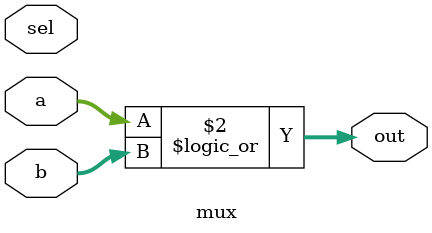
<source format=v>
module mux( 
input [4:0] a, b,
input sel,
output [4:0] out );
// When sel=0, assign a to out. 
// When sel=1, assign b to out. 
always @(*)
out <= a || b;
endmodule

</source>
